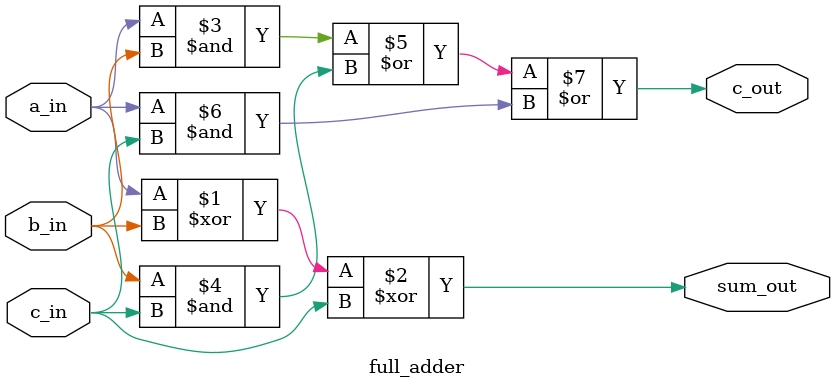
<source format=v>

module full_adder (       
  // module head: verillog-2001 format
  input  wire a_in,
  input  wire b_in,
  input  wire c_in,     // carry in
  output wire sum_out,
  output wire c_out     // carry out
);

  // method 1 Gate Level describe
  assign sum_out = a_in ^ b_in ^ c_in;
  assign c_out   = (a_in & b_in) | (b_in & c_in) | (a_in & c_in);

  // method 2 RTL design for Adder with the keyword "assign"
  // behavior of the adder can be synthesizable
  // "assign" means connectivity, which is used to describe a combinational circuit
  //assign {c_out, sum_out} = a_in + b_in + c_in;

  // method 3 RTL design for Adder with the keyword "always"
  //reg c_out, sum_out;
  //always @ (a_in, b_in, c_in) begin
  //  {c_out, sum_out} = a_in + b_in + c_in;
  //end

endmodule

</source>
